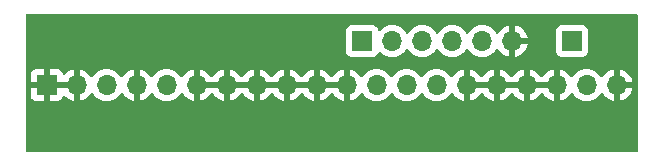
<source format=gbr>
%TF.GenerationSoftware,KiCad,Pcbnew,8.0.5*%
%TF.CreationDate,2024-10-16T08:17:44-04:00*%
%TF.ProjectId,NHD Display Connector 241015,4e484420-4469-4737-906c-617920436f6e,rev?*%
%TF.SameCoordinates,Original*%
%TF.FileFunction,Copper,L2,Bot*%
%TF.FilePolarity,Positive*%
%FSLAX46Y46*%
G04 Gerber Fmt 4.6, Leading zero omitted, Abs format (unit mm)*
G04 Created by KiCad (PCBNEW 8.0.5) date 2024-10-16 08:17:44*
%MOMM*%
%LPD*%
G01*
G04 APERTURE LIST*
%TA.AperFunction,ComponentPad*%
%ADD10R,1.700000X1.700000*%
%TD*%
%TA.AperFunction,ComponentPad*%
%ADD11O,1.700000X1.700000*%
%TD*%
G04 APERTURE END LIST*
D10*
%TO.P,J1,1,Pin_1*%
%TO.N,GND*%
X114280000Y-99994000D03*
D11*
%TO.P,J1,2,Pin_2*%
X116820000Y-99994000D03*
%TO.P,J1,3,Pin_3*%
%TO.N,+3.3V*%
X119360000Y-99994000D03*
%TO.P,J1,4,Pin_4*%
%TO.N,GND*%
X121900000Y-99994000D03*
%TO.P,J1,5,Pin_5*%
%TO.N,nRESET_DISPLAY*%
X124440000Y-99994000D03*
%TO.P,J1,6,Pin_6*%
%TO.N,GND*%
X126980000Y-99994000D03*
%TO.P,J1,7,Pin_7*%
X129520000Y-99994000D03*
%TO.P,J1,8,Pin_8*%
X132060000Y-99994000D03*
%TO.P,J1,9,Pin_9*%
X134600000Y-99994000D03*
%TO.P,J1,10,Pin_10*%
X137140000Y-99994000D03*
%TO.P,J1,11,Pin_11*%
X139680000Y-99994000D03*
%TO.P,J1,12,Pin_12*%
%TO.N,SDA*%
X142220000Y-99994000D03*
%TO.P,J1,13,Pin_13*%
X144760000Y-99994000D03*
%TO.P,J1,14,Pin_14*%
%TO.N,SCL*%
X147300000Y-99994000D03*
%TO.P,J1,15,Pin_15*%
%TO.N,GND*%
X149840000Y-99994000D03*
%TO.P,J1,16,Pin_16*%
X152380000Y-99994000D03*
%TO.P,J1,17,Pin_17*%
X154920000Y-99994000D03*
%TO.P,J1,18,Pin_18*%
X157460000Y-99994000D03*
%TO.P,J1,19,Pin_19*%
%TO.N,+3.3V*%
X160000000Y-99994000D03*
%TO.P,J1,20,Pin_20*%
%TO.N,GND*%
X162540000Y-99994000D03*
%TD*%
D10*
%TO.P,J2,1,Pin_1*%
%TO.N,SDA*%
X140995000Y-96291000D03*
D11*
%TO.P,J2,2,Pin_2*%
%TO.N,SCL*%
X143535000Y-96291000D03*
%TO.P,J2,3,Pin_3*%
%TO.N,nRESET_DISPLAY*%
X146075000Y-96291000D03*
%TO.P,J2,4,Pin_4*%
%TO.N,Net-(J2-Pin_4)*%
X148615000Y-96291000D03*
%TO.P,J2,5,Pin_5*%
%TO.N,+3.3V*%
X151155000Y-96291000D03*
%TO.P,J2,6,Pin_6*%
%TO.N,GND*%
X153695000Y-96291000D03*
%TD*%
D10*
%TO.P,J3,1,Pin_1*%
%TO.N,Net-(J2-Pin_4)*%
X158750000Y-96266000D03*
%TD*%
%TA.AperFunction,Conductor*%
%TO.N,GND*%
G36*
X116354075Y-99801007D02*
G01*
X116320000Y-99928174D01*
X116320000Y-100059826D01*
X116354075Y-100186993D01*
X116386988Y-100244000D01*
X114713012Y-100244000D01*
X114745925Y-100186993D01*
X114780000Y-100059826D01*
X114780000Y-99928174D01*
X114745925Y-99801007D01*
X114713012Y-99744000D01*
X116386988Y-99744000D01*
X116354075Y-99801007D01*
G37*
%TD.AperFunction*%
%TA.AperFunction,Conductor*%
G36*
X129054075Y-99801007D02*
G01*
X129020000Y-99928174D01*
X129020000Y-100059826D01*
X129054075Y-100186993D01*
X129086988Y-100244000D01*
X127413012Y-100244000D01*
X127445925Y-100186993D01*
X127480000Y-100059826D01*
X127480000Y-99928174D01*
X127445925Y-99801007D01*
X127413012Y-99744000D01*
X129086988Y-99744000D01*
X129054075Y-99801007D01*
G37*
%TD.AperFunction*%
%TA.AperFunction,Conductor*%
G36*
X131594075Y-99801007D02*
G01*
X131560000Y-99928174D01*
X131560000Y-100059826D01*
X131594075Y-100186993D01*
X131626988Y-100244000D01*
X129953012Y-100244000D01*
X129985925Y-100186993D01*
X130020000Y-100059826D01*
X130020000Y-99928174D01*
X129985925Y-99801007D01*
X129953012Y-99744000D01*
X131626988Y-99744000D01*
X131594075Y-99801007D01*
G37*
%TD.AperFunction*%
%TA.AperFunction,Conductor*%
G36*
X134134075Y-99801007D02*
G01*
X134100000Y-99928174D01*
X134100000Y-100059826D01*
X134134075Y-100186993D01*
X134166988Y-100244000D01*
X132493012Y-100244000D01*
X132525925Y-100186993D01*
X132560000Y-100059826D01*
X132560000Y-99928174D01*
X132525925Y-99801007D01*
X132493012Y-99744000D01*
X134166988Y-99744000D01*
X134134075Y-99801007D01*
G37*
%TD.AperFunction*%
%TA.AperFunction,Conductor*%
G36*
X136674075Y-99801007D02*
G01*
X136640000Y-99928174D01*
X136640000Y-100059826D01*
X136674075Y-100186993D01*
X136706988Y-100244000D01*
X135033012Y-100244000D01*
X135065925Y-100186993D01*
X135100000Y-100059826D01*
X135100000Y-99928174D01*
X135065925Y-99801007D01*
X135033012Y-99744000D01*
X136706988Y-99744000D01*
X136674075Y-99801007D01*
G37*
%TD.AperFunction*%
%TA.AperFunction,Conductor*%
G36*
X139214075Y-99801007D02*
G01*
X139180000Y-99928174D01*
X139180000Y-100059826D01*
X139214075Y-100186993D01*
X139246988Y-100244000D01*
X137573012Y-100244000D01*
X137605925Y-100186993D01*
X137640000Y-100059826D01*
X137640000Y-99928174D01*
X137605925Y-99801007D01*
X137573012Y-99744000D01*
X139246988Y-99744000D01*
X139214075Y-99801007D01*
G37*
%TD.AperFunction*%
%TA.AperFunction,Conductor*%
G36*
X151914075Y-99801007D02*
G01*
X151880000Y-99928174D01*
X151880000Y-100059826D01*
X151914075Y-100186993D01*
X151946988Y-100244000D01*
X150273012Y-100244000D01*
X150305925Y-100186993D01*
X150340000Y-100059826D01*
X150340000Y-99928174D01*
X150305925Y-99801007D01*
X150273012Y-99744000D01*
X151946988Y-99744000D01*
X151914075Y-99801007D01*
G37*
%TD.AperFunction*%
%TA.AperFunction,Conductor*%
G36*
X154454075Y-99801007D02*
G01*
X154420000Y-99928174D01*
X154420000Y-100059826D01*
X154454075Y-100186993D01*
X154486988Y-100244000D01*
X152813012Y-100244000D01*
X152845925Y-100186993D01*
X152880000Y-100059826D01*
X152880000Y-99928174D01*
X152845925Y-99801007D01*
X152813012Y-99744000D01*
X154486988Y-99744000D01*
X154454075Y-99801007D01*
G37*
%TD.AperFunction*%
%TA.AperFunction,Conductor*%
G36*
X156994075Y-99801007D02*
G01*
X156960000Y-99928174D01*
X156960000Y-100059826D01*
X156994075Y-100186993D01*
X157026988Y-100244000D01*
X155353012Y-100244000D01*
X155385925Y-100186993D01*
X155420000Y-100059826D01*
X155420000Y-99928174D01*
X155385925Y-99801007D01*
X155353012Y-99744000D01*
X157026988Y-99744000D01*
X156994075Y-99801007D01*
G37*
%TD.AperFunction*%
%TA.AperFunction,Conductor*%
G36*
X164288539Y-93992185D02*
G01*
X164334294Y-94044989D01*
X164345500Y-94096500D01*
X164345500Y-105547500D01*
X164325815Y-105614539D01*
X164273011Y-105660294D01*
X164221500Y-105671500D01*
X112638500Y-105671500D01*
X112571461Y-105651815D01*
X112525706Y-105599011D01*
X112514500Y-105547500D01*
X112514500Y-99096155D01*
X112930000Y-99096155D01*
X112930000Y-99744000D01*
X113846988Y-99744000D01*
X113814075Y-99801007D01*
X113780000Y-99928174D01*
X113780000Y-100059826D01*
X113814075Y-100186993D01*
X113846988Y-100244000D01*
X112930000Y-100244000D01*
X112930000Y-100891844D01*
X112936401Y-100951372D01*
X112936403Y-100951379D01*
X112986645Y-101086086D01*
X112986649Y-101086093D01*
X113072809Y-101201187D01*
X113072812Y-101201190D01*
X113187906Y-101287350D01*
X113187913Y-101287354D01*
X113322620Y-101337596D01*
X113322627Y-101337598D01*
X113382155Y-101343999D01*
X113382172Y-101344000D01*
X114030000Y-101344000D01*
X114030000Y-100427012D01*
X114087007Y-100459925D01*
X114214174Y-100494000D01*
X114345826Y-100494000D01*
X114472993Y-100459925D01*
X114530000Y-100427012D01*
X114530000Y-101344000D01*
X115177828Y-101344000D01*
X115177844Y-101343999D01*
X115237372Y-101337598D01*
X115237379Y-101337596D01*
X115372086Y-101287354D01*
X115372093Y-101287350D01*
X115487187Y-101201190D01*
X115487190Y-101201187D01*
X115573350Y-101086093D01*
X115573354Y-101086086D01*
X115622614Y-100954013D01*
X115664485Y-100898079D01*
X115729949Y-100873662D01*
X115798222Y-100888513D01*
X115826477Y-100909665D01*
X115948917Y-101032105D01*
X116142421Y-101167600D01*
X116356507Y-101267429D01*
X116356516Y-101267433D01*
X116570000Y-101324634D01*
X116570000Y-100427012D01*
X116627007Y-100459925D01*
X116754174Y-100494000D01*
X116885826Y-100494000D01*
X117012993Y-100459925D01*
X117070000Y-100427012D01*
X117070000Y-101324633D01*
X117283483Y-101267433D01*
X117283492Y-101267429D01*
X117497578Y-101167600D01*
X117691082Y-101032105D01*
X117858105Y-100865082D01*
X117988119Y-100679405D01*
X118042696Y-100635781D01*
X118112195Y-100628588D01*
X118174549Y-100660110D01*
X118191269Y-100679405D01*
X118321505Y-100865401D01*
X118488599Y-101032495D01*
X118565135Y-101086086D01*
X118682165Y-101168032D01*
X118682167Y-101168033D01*
X118682170Y-101168035D01*
X118896337Y-101267903D01*
X119124592Y-101329063D01*
X119295319Y-101344000D01*
X119359999Y-101349659D01*
X119360000Y-101349659D01*
X119360001Y-101349659D01*
X119424681Y-101344000D01*
X119595408Y-101329063D01*
X119823663Y-101267903D01*
X120037830Y-101168035D01*
X120231401Y-101032495D01*
X120398495Y-100865401D01*
X120528730Y-100679405D01*
X120583307Y-100635781D01*
X120652805Y-100628587D01*
X120715160Y-100660110D01*
X120731879Y-100679405D01*
X120861890Y-100865078D01*
X121028917Y-101032105D01*
X121222421Y-101167600D01*
X121436507Y-101267429D01*
X121436516Y-101267433D01*
X121650000Y-101324634D01*
X121650000Y-100427012D01*
X121707007Y-100459925D01*
X121834174Y-100494000D01*
X121965826Y-100494000D01*
X122092993Y-100459925D01*
X122150000Y-100427012D01*
X122150000Y-101324633D01*
X122363483Y-101267433D01*
X122363492Y-101267429D01*
X122577578Y-101167600D01*
X122771082Y-101032105D01*
X122938105Y-100865082D01*
X123068119Y-100679405D01*
X123122696Y-100635781D01*
X123192195Y-100628588D01*
X123254549Y-100660110D01*
X123271269Y-100679405D01*
X123401505Y-100865401D01*
X123568599Y-101032495D01*
X123645135Y-101086086D01*
X123762165Y-101168032D01*
X123762167Y-101168033D01*
X123762170Y-101168035D01*
X123976337Y-101267903D01*
X124204592Y-101329063D01*
X124375319Y-101344000D01*
X124439999Y-101349659D01*
X124440000Y-101349659D01*
X124440001Y-101349659D01*
X124504681Y-101344000D01*
X124675408Y-101329063D01*
X124903663Y-101267903D01*
X125117830Y-101168035D01*
X125311401Y-101032495D01*
X125478495Y-100865401D01*
X125608730Y-100679405D01*
X125663307Y-100635781D01*
X125732805Y-100628587D01*
X125795160Y-100660110D01*
X125811879Y-100679405D01*
X125941890Y-100865078D01*
X126108917Y-101032105D01*
X126302421Y-101167600D01*
X126516507Y-101267429D01*
X126516516Y-101267433D01*
X126730000Y-101324634D01*
X126730000Y-100427012D01*
X126787007Y-100459925D01*
X126914174Y-100494000D01*
X127045826Y-100494000D01*
X127172993Y-100459925D01*
X127230000Y-100427012D01*
X127230000Y-101324633D01*
X127443483Y-101267433D01*
X127443492Y-101267429D01*
X127657578Y-101167600D01*
X127851082Y-101032105D01*
X128018105Y-100865082D01*
X128148425Y-100678968D01*
X128203002Y-100635344D01*
X128272501Y-100628151D01*
X128334855Y-100659673D01*
X128351575Y-100678968D01*
X128481894Y-100865082D01*
X128648917Y-101032105D01*
X128842421Y-101167600D01*
X129056507Y-101267429D01*
X129056516Y-101267433D01*
X129270000Y-101324634D01*
X129270000Y-100427012D01*
X129327007Y-100459925D01*
X129454174Y-100494000D01*
X129585826Y-100494000D01*
X129712993Y-100459925D01*
X129770000Y-100427012D01*
X129770000Y-101324633D01*
X129983483Y-101267433D01*
X129983492Y-101267429D01*
X130197578Y-101167600D01*
X130391082Y-101032105D01*
X130558105Y-100865082D01*
X130688425Y-100678968D01*
X130743002Y-100635344D01*
X130812501Y-100628151D01*
X130874855Y-100659673D01*
X130891575Y-100678968D01*
X131021894Y-100865082D01*
X131188917Y-101032105D01*
X131382421Y-101167600D01*
X131596507Y-101267429D01*
X131596516Y-101267433D01*
X131810000Y-101324634D01*
X131810000Y-100427012D01*
X131867007Y-100459925D01*
X131994174Y-100494000D01*
X132125826Y-100494000D01*
X132252993Y-100459925D01*
X132310000Y-100427012D01*
X132310000Y-101324634D01*
X132523483Y-101267433D01*
X132523492Y-101267429D01*
X132737578Y-101167600D01*
X132931082Y-101032105D01*
X133098105Y-100865082D01*
X133228425Y-100678968D01*
X133283002Y-100635344D01*
X133352501Y-100628151D01*
X133414855Y-100659673D01*
X133431575Y-100678968D01*
X133561894Y-100865082D01*
X133728917Y-101032105D01*
X133922421Y-101167600D01*
X134136507Y-101267429D01*
X134136516Y-101267433D01*
X134350000Y-101324634D01*
X134350000Y-100427012D01*
X134407007Y-100459925D01*
X134534174Y-100494000D01*
X134665826Y-100494000D01*
X134792993Y-100459925D01*
X134850000Y-100427012D01*
X134850000Y-101324633D01*
X135063483Y-101267433D01*
X135063492Y-101267429D01*
X135277578Y-101167600D01*
X135471082Y-101032105D01*
X135638105Y-100865082D01*
X135768425Y-100678968D01*
X135823002Y-100635344D01*
X135892501Y-100628151D01*
X135954855Y-100659673D01*
X135971575Y-100678968D01*
X136101894Y-100865082D01*
X136268917Y-101032105D01*
X136462421Y-101167600D01*
X136676507Y-101267429D01*
X136676516Y-101267433D01*
X136890000Y-101324634D01*
X136890000Y-100427012D01*
X136947007Y-100459925D01*
X137074174Y-100494000D01*
X137205826Y-100494000D01*
X137332993Y-100459925D01*
X137390000Y-100427012D01*
X137390000Y-101324634D01*
X137603483Y-101267433D01*
X137603492Y-101267429D01*
X137817578Y-101167600D01*
X138011082Y-101032105D01*
X138178105Y-100865082D01*
X138308425Y-100678968D01*
X138363002Y-100635344D01*
X138432501Y-100628151D01*
X138494855Y-100659673D01*
X138511575Y-100678968D01*
X138641894Y-100865082D01*
X138808917Y-101032105D01*
X139002421Y-101167600D01*
X139216507Y-101267429D01*
X139216516Y-101267433D01*
X139430000Y-101324634D01*
X139430000Y-100427012D01*
X139487007Y-100459925D01*
X139614174Y-100494000D01*
X139745826Y-100494000D01*
X139872993Y-100459925D01*
X139930000Y-100427012D01*
X139930000Y-101324633D01*
X140143483Y-101267433D01*
X140143492Y-101267429D01*
X140357578Y-101167600D01*
X140551082Y-101032105D01*
X140718105Y-100865082D01*
X140848119Y-100679405D01*
X140902696Y-100635781D01*
X140972195Y-100628588D01*
X141034549Y-100660110D01*
X141051269Y-100679405D01*
X141181505Y-100865401D01*
X141348599Y-101032495D01*
X141425135Y-101086086D01*
X141542165Y-101168032D01*
X141542167Y-101168033D01*
X141542170Y-101168035D01*
X141756337Y-101267903D01*
X141984592Y-101329063D01*
X142155319Y-101344000D01*
X142219999Y-101349659D01*
X142220000Y-101349659D01*
X142220001Y-101349659D01*
X142284681Y-101344000D01*
X142455408Y-101329063D01*
X142683663Y-101267903D01*
X142897830Y-101168035D01*
X143091401Y-101032495D01*
X143258495Y-100865401D01*
X143388425Y-100679842D01*
X143443002Y-100636217D01*
X143512500Y-100629023D01*
X143574855Y-100660546D01*
X143591575Y-100679842D01*
X143721281Y-100865082D01*
X143721505Y-100865401D01*
X143888599Y-101032495D01*
X143965135Y-101086086D01*
X144082165Y-101168032D01*
X144082167Y-101168033D01*
X144082170Y-101168035D01*
X144296337Y-101267903D01*
X144524592Y-101329063D01*
X144695319Y-101344000D01*
X144759999Y-101349659D01*
X144760000Y-101349659D01*
X144760001Y-101349659D01*
X144824681Y-101344000D01*
X144995408Y-101329063D01*
X145223663Y-101267903D01*
X145437830Y-101168035D01*
X145631401Y-101032495D01*
X145798495Y-100865401D01*
X145928425Y-100679842D01*
X145983002Y-100636217D01*
X146052500Y-100629023D01*
X146114855Y-100660546D01*
X146131575Y-100679842D01*
X146261281Y-100865082D01*
X146261505Y-100865401D01*
X146428599Y-101032495D01*
X146505135Y-101086086D01*
X146622165Y-101168032D01*
X146622167Y-101168033D01*
X146622170Y-101168035D01*
X146836337Y-101267903D01*
X147064592Y-101329063D01*
X147235319Y-101344000D01*
X147299999Y-101349659D01*
X147300000Y-101349659D01*
X147300001Y-101349659D01*
X147364681Y-101344000D01*
X147535408Y-101329063D01*
X147763663Y-101267903D01*
X147977830Y-101168035D01*
X148171401Y-101032495D01*
X148338495Y-100865401D01*
X148468730Y-100679405D01*
X148523307Y-100635781D01*
X148592805Y-100628587D01*
X148655160Y-100660110D01*
X148671879Y-100679405D01*
X148801890Y-100865078D01*
X148968917Y-101032105D01*
X149162421Y-101167600D01*
X149376507Y-101267429D01*
X149376516Y-101267433D01*
X149590000Y-101324634D01*
X149590000Y-100427012D01*
X149647007Y-100459925D01*
X149774174Y-100494000D01*
X149905826Y-100494000D01*
X150032993Y-100459925D01*
X150090000Y-100427012D01*
X150090000Y-101324634D01*
X150303483Y-101267433D01*
X150303492Y-101267429D01*
X150517578Y-101167600D01*
X150711082Y-101032105D01*
X150878105Y-100865082D01*
X151008425Y-100678968D01*
X151063002Y-100635344D01*
X151132501Y-100628151D01*
X151194855Y-100659673D01*
X151211575Y-100678968D01*
X151341894Y-100865082D01*
X151508917Y-101032105D01*
X151702421Y-101167600D01*
X151916507Y-101267429D01*
X151916516Y-101267433D01*
X152130000Y-101324634D01*
X152130000Y-100427012D01*
X152187007Y-100459925D01*
X152314174Y-100494000D01*
X152445826Y-100494000D01*
X152572993Y-100459925D01*
X152630000Y-100427012D01*
X152630000Y-101324634D01*
X152843483Y-101267433D01*
X152843492Y-101267429D01*
X153057578Y-101167600D01*
X153251082Y-101032105D01*
X153418105Y-100865082D01*
X153548425Y-100678968D01*
X153603002Y-100635344D01*
X153672501Y-100628151D01*
X153734855Y-100659673D01*
X153751575Y-100678968D01*
X153881894Y-100865082D01*
X154048917Y-101032105D01*
X154242421Y-101167600D01*
X154456507Y-101267429D01*
X154456516Y-101267433D01*
X154670000Y-101324634D01*
X154670000Y-100427012D01*
X154727007Y-100459925D01*
X154854174Y-100494000D01*
X154985826Y-100494000D01*
X155112993Y-100459925D01*
X155170000Y-100427012D01*
X155170000Y-101324634D01*
X155383483Y-101267433D01*
X155383492Y-101267429D01*
X155597578Y-101167600D01*
X155791082Y-101032105D01*
X155958105Y-100865082D01*
X156088425Y-100678968D01*
X156143002Y-100635344D01*
X156212501Y-100628151D01*
X156274855Y-100659673D01*
X156291575Y-100678968D01*
X156421894Y-100865082D01*
X156588917Y-101032105D01*
X156782421Y-101167600D01*
X156996507Y-101267429D01*
X156996516Y-101267433D01*
X157210000Y-101324634D01*
X157210000Y-100427012D01*
X157267007Y-100459925D01*
X157394174Y-100494000D01*
X157525826Y-100494000D01*
X157652993Y-100459925D01*
X157710000Y-100427012D01*
X157710000Y-101324634D01*
X157923483Y-101267433D01*
X157923492Y-101267429D01*
X158137578Y-101167600D01*
X158331082Y-101032105D01*
X158498105Y-100865082D01*
X158628119Y-100679405D01*
X158682696Y-100635781D01*
X158752195Y-100628588D01*
X158814549Y-100660110D01*
X158831269Y-100679405D01*
X158961505Y-100865401D01*
X159128599Y-101032495D01*
X159205135Y-101086086D01*
X159322165Y-101168032D01*
X159322167Y-101168033D01*
X159322170Y-101168035D01*
X159536337Y-101267903D01*
X159764592Y-101329063D01*
X159935319Y-101344000D01*
X159999999Y-101349659D01*
X160000000Y-101349659D01*
X160000001Y-101349659D01*
X160064681Y-101344000D01*
X160235408Y-101329063D01*
X160463663Y-101267903D01*
X160677830Y-101168035D01*
X160871401Y-101032495D01*
X161038495Y-100865401D01*
X161168730Y-100679405D01*
X161223307Y-100635781D01*
X161292805Y-100628587D01*
X161355160Y-100660110D01*
X161371879Y-100679405D01*
X161501890Y-100865078D01*
X161668917Y-101032105D01*
X161862421Y-101167600D01*
X162076507Y-101267429D01*
X162076516Y-101267433D01*
X162290000Y-101324634D01*
X162290000Y-100427012D01*
X162347007Y-100459925D01*
X162474174Y-100494000D01*
X162605826Y-100494000D01*
X162732993Y-100459925D01*
X162790000Y-100427012D01*
X162790000Y-101324634D01*
X163003483Y-101267433D01*
X163003492Y-101267429D01*
X163217578Y-101167600D01*
X163411082Y-101032105D01*
X163578105Y-100865082D01*
X163713600Y-100671578D01*
X163813429Y-100457492D01*
X163813432Y-100457486D01*
X163870636Y-100244000D01*
X162973012Y-100244000D01*
X163005925Y-100186993D01*
X163040000Y-100059826D01*
X163040000Y-99928174D01*
X163005925Y-99801007D01*
X162973012Y-99744000D01*
X163870636Y-99744000D01*
X163870635Y-99743999D01*
X163813432Y-99530513D01*
X163813429Y-99530507D01*
X163713600Y-99316422D01*
X163713599Y-99316420D01*
X163578113Y-99122926D01*
X163578108Y-99122920D01*
X163411082Y-98955894D01*
X163217578Y-98820399D01*
X163003492Y-98720570D01*
X163003486Y-98720567D01*
X162790000Y-98663364D01*
X162790000Y-99560988D01*
X162732993Y-99528075D01*
X162605826Y-99494000D01*
X162474174Y-99494000D01*
X162347007Y-99528075D01*
X162290000Y-99560988D01*
X162290000Y-98663364D01*
X162289999Y-98663364D01*
X162076513Y-98720567D01*
X162076507Y-98720570D01*
X161862422Y-98820399D01*
X161862420Y-98820400D01*
X161668926Y-98955886D01*
X161668920Y-98955891D01*
X161501891Y-99122920D01*
X161501890Y-99122922D01*
X161371880Y-99308595D01*
X161317303Y-99352219D01*
X161247804Y-99359412D01*
X161185450Y-99327890D01*
X161168730Y-99308594D01*
X161038494Y-99122597D01*
X160871402Y-98955506D01*
X160871395Y-98955501D01*
X160677834Y-98819967D01*
X160677830Y-98819965D01*
X160606727Y-98786809D01*
X160463663Y-98720097D01*
X160463659Y-98720096D01*
X160463655Y-98720094D01*
X160235413Y-98658938D01*
X160235403Y-98658936D01*
X160000001Y-98638341D01*
X159999999Y-98638341D01*
X159764596Y-98658936D01*
X159764586Y-98658938D01*
X159536344Y-98720094D01*
X159536335Y-98720098D01*
X159322171Y-98819964D01*
X159322169Y-98819965D01*
X159128597Y-98955505D01*
X158961508Y-99122594D01*
X158831269Y-99308595D01*
X158776692Y-99352219D01*
X158707193Y-99359412D01*
X158644839Y-99327890D01*
X158628119Y-99308594D01*
X158498113Y-99122926D01*
X158498108Y-99122920D01*
X158331082Y-98955894D01*
X158137578Y-98820399D01*
X157923492Y-98720570D01*
X157923486Y-98720567D01*
X157710000Y-98663364D01*
X157710000Y-99560988D01*
X157652993Y-99528075D01*
X157525826Y-99494000D01*
X157394174Y-99494000D01*
X157267007Y-99528075D01*
X157210000Y-99560988D01*
X157210000Y-98663364D01*
X157209999Y-98663364D01*
X156996513Y-98720567D01*
X156996507Y-98720570D01*
X156782422Y-98820399D01*
X156782420Y-98820400D01*
X156588926Y-98955886D01*
X156588920Y-98955891D01*
X156421891Y-99122920D01*
X156421890Y-99122922D01*
X156291575Y-99309031D01*
X156236998Y-99352655D01*
X156167499Y-99359848D01*
X156105145Y-99328326D01*
X156088425Y-99309031D01*
X155958109Y-99122922D01*
X155958108Y-99122920D01*
X155791082Y-98955894D01*
X155597578Y-98820399D01*
X155383492Y-98720570D01*
X155383486Y-98720567D01*
X155170000Y-98663364D01*
X155170000Y-99560988D01*
X155112993Y-99528075D01*
X154985826Y-99494000D01*
X154854174Y-99494000D01*
X154727007Y-99528075D01*
X154670000Y-99560988D01*
X154670000Y-98663364D01*
X154669999Y-98663364D01*
X154456513Y-98720567D01*
X154456507Y-98720570D01*
X154242422Y-98820399D01*
X154242420Y-98820400D01*
X154048926Y-98955886D01*
X154048920Y-98955891D01*
X153881891Y-99122920D01*
X153881890Y-99122922D01*
X153751575Y-99309031D01*
X153696998Y-99352655D01*
X153627499Y-99359848D01*
X153565145Y-99328326D01*
X153548425Y-99309031D01*
X153418109Y-99122922D01*
X153418108Y-99122920D01*
X153251082Y-98955894D01*
X153057578Y-98820399D01*
X152843492Y-98720570D01*
X152843486Y-98720567D01*
X152630000Y-98663364D01*
X152630000Y-99560988D01*
X152572993Y-99528075D01*
X152445826Y-99494000D01*
X152314174Y-99494000D01*
X152187007Y-99528075D01*
X152130000Y-99560988D01*
X152130000Y-98663364D01*
X152129999Y-98663364D01*
X151916513Y-98720567D01*
X151916507Y-98720570D01*
X151702422Y-98820399D01*
X151702420Y-98820400D01*
X151508926Y-98955886D01*
X151508920Y-98955891D01*
X151341891Y-99122920D01*
X151341890Y-99122922D01*
X151211575Y-99309031D01*
X151156998Y-99352655D01*
X151087499Y-99359848D01*
X151025145Y-99328326D01*
X151008425Y-99309031D01*
X150878109Y-99122922D01*
X150878108Y-99122920D01*
X150711082Y-98955894D01*
X150517578Y-98820399D01*
X150303492Y-98720570D01*
X150303486Y-98720567D01*
X150090000Y-98663364D01*
X150090000Y-99560988D01*
X150032993Y-99528075D01*
X149905826Y-99494000D01*
X149774174Y-99494000D01*
X149647007Y-99528075D01*
X149590000Y-99560988D01*
X149590000Y-98663364D01*
X149589999Y-98663364D01*
X149376513Y-98720567D01*
X149376507Y-98720570D01*
X149162422Y-98820399D01*
X149162420Y-98820400D01*
X148968926Y-98955886D01*
X148968920Y-98955891D01*
X148801891Y-99122920D01*
X148801890Y-99122922D01*
X148671880Y-99308595D01*
X148617303Y-99352219D01*
X148547804Y-99359412D01*
X148485450Y-99327890D01*
X148468730Y-99308594D01*
X148338494Y-99122597D01*
X148171402Y-98955506D01*
X148171395Y-98955501D01*
X147977834Y-98819967D01*
X147977830Y-98819965D01*
X147906727Y-98786809D01*
X147763663Y-98720097D01*
X147763659Y-98720096D01*
X147763655Y-98720094D01*
X147535413Y-98658938D01*
X147535403Y-98658936D01*
X147300001Y-98638341D01*
X147299999Y-98638341D01*
X147064596Y-98658936D01*
X147064586Y-98658938D01*
X146836344Y-98720094D01*
X146836335Y-98720098D01*
X146622171Y-98819964D01*
X146622169Y-98819965D01*
X146428597Y-98955505D01*
X146261505Y-99122597D01*
X146131575Y-99308158D01*
X146076998Y-99351783D01*
X146007500Y-99358977D01*
X145945145Y-99327454D01*
X145928425Y-99308158D01*
X145798494Y-99122597D01*
X145631402Y-98955506D01*
X145631395Y-98955501D01*
X145437834Y-98819967D01*
X145437830Y-98819965D01*
X145366727Y-98786809D01*
X145223663Y-98720097D01*
X145223659Y-98720096D01*
X145223655Y-98720094D01*
X144995413Y-98658938D01*
X144995403Y-98658936D01*
X144760001Y-98638341D01*
X144759999Y-98638341D01*
X144524596Y-98658936D01*
X144524586Y-98658938D01*
X144296344Y-98720094D01*
X144296335Y-98720098D01*
X144082171Y-98819964D01*
X144082169Y-98819965D01*
X143888597Y-98955505D01*
X143721505Y-99122597D01*
X143591575Y-99308158D01*
X143536998Y-99351783D01*
X143467500Y-99358977D01*
X143405145Y-99327454D01*
X143388425Y-99308158D01*
X143258494Y-99122597D01*
X143091402Y-98955506D01*
X143091395Y-98955501D01*
X142897834Y-98819967D01*
X142897830Y-98819965D01*
X142826727Y-98786809D01*
X142683663Y-98720097D01*
X142683659Y-98720096D01*
X142683655Y-98720094D01*
X142455413Y-98658938D01*
X142455403Y-98658936D01*
X142220001Y-98638341D01*
X142219999Y-98638341D01*
X141984596Y-98658936D01*
X141984586Y-98658938D01*
X141756344Y-98720094D01*
X141756335Y-98720098D01*
X141542171Y-98819964D01*
X141542169Y-98819965D01*
X141348597Y-98955505D01*
X141181508Y-99122594D01*
X141051269Y-99308595D01*
X140996692Y-99352219D01*
X140927193Y-99359412D01*
X140864839Y-99327890D01*
X140848119Y-99308594D01*
X140718113Y-99122926D01*
X140718108Y-99122920D01*
X140551082Y-98955894D01*
X140357578Y-98820399D01*
X140143492Y-98720570D01*
X140143486Y-98720567D01*
X139930000Y-98663364D01*
X139930000Y-99560988D01*
X139872993Y-99528075D01*
X139745826Y-99494000D01*
X139614174Y-99494000D01*
X139487007Y-99528075D01*
X139430000Y-99560988D01*
X139430000Y-98663364D01*
X139429999Y-98663364D01*
X139216513Y-98720567D01*
X139216507Y-98720570D01*
X139002422Y-98820399D01*
X139002420Y-98820400D01*
X138808926Y-98955886D01*
X138808920Y-98955891D01*
X138641891Y-99122920D01*
X138641890Y-99122922D01*
X138511575Y-99309031D01*
X138456998Y-99352655D01*
X138387499Y-99359848D01*
X138325145Y-99328326D01*
X138308425Y-99309031D01*
X138178109Y-99122922D01*
X138178108Y-99122920D01*
X138011082Y-98955894D01*
X137817578Y-98820399D01*
X137603492Y-98720570D01*
X137603486Y-98720567D01*
X137390000Y-98663364D01*
X137390000Y-99560988D01*
X137332993Y-99528075D01*
X137205826Y-99494000D01*
X137074174Y-99494000D01*
X136947007Y-99528075D01*
X136890000Y-99560988D01*
X136890000Y-98663364D01*
X136889999Y-98663364D01*
X136676513Y-98720567D01*
X136676507Y-98720570D01*
X136462422Y-98820399D01*
X136462420Y-98820400D01*
X136268926Y-98955886D01*
X136268920Y-98955891D01*
X136101891Y-99122920D01*
X136101890Y-99122922D01*
X135971575Y-99309031D01*
X135916998Y-99352655D01*
X135847499Y-99359848D01*
X135785145Y-99328326D01*
X135768425Y-99309031D01*
X135638109Y-99122922D01*
X135638108Y-99122920D01*
X135471082Y-98955894D01*
X135277578Y-98820399D01*
X135063492Y-98720570D01*
X135063486Y-98720567D01*
X134850000Y-98663364D01*
X134850000Y-99560988D01*
X134792993Y-99528075D01*
X134665826Y-99494000D01*
X134534174Y-99494000D01*
X134407007Y-99528075D01*
X134350000Y-99560988D01*
X134350000Y-98663364D01*
X134349999Y-98663364D01*
X134136513Y-98720567D01*
X134136507Y-98720570D01*
X133922422Y-98820399D01*
X133922420Y-98820400D01*
X133728926Y-98955886D01*
X133728920Y-98955891D01*
X133561891Y-99122920D01*
X133561890Y-99122922D01*
X133431575Y-99309031D01*
X133376998Y-99352655D01*
X133307499Y-99359848D01*
X133245145Y-99328326D01*
X133228425Y-99309031D01*
X133098109Y-99122922D01*
X133098108Y-99122920D01*
X132931082Y-98955894D01*
X132737578Y-98820399D01*
X132523492Y-98720570D01*
X132523486Y-98720567D01*
X132310000Y-98663364D01*
X132310000Y-99560988D01*
X132252993Y-99528075D01*
X132125826Y-99494000D01*
X131994174Y-99494000D01*
X131867007Y-99528075D01*
X131810000Y-99560988D01*
X131810000Y-98663364D01*
X131809999Y-98663364D01*
X131596513Y-98720567D01*
X131596507Y-98720570D01*
X131382422Y-98820399D01*
X131382420Y-98820400D01*
X131188926Y-98955886D01*
X131188920Y-98955891D01*
X131021891Y-99122920D01*
X131021890Y-99122922D01*
X130891575Y-99309031D01*
X130836998Y-99352655D01*
X130767499Y-99359848D01*
X130705145Y-99328326D01*
X130688425Y-99309031D01*
X130558109Y-99122922D01*
X130558108Y-99122920D01*
X130391082Y-98955894D01*
X130197578Y-98820399D01*
X129983492Y-98720570D01*
X129983486Y-98720567D01*
X129770000Y-98663364D01*
X129770000Y-99560988D01*
X129712993Y-99528075D01*
X129585826Y-99494000D01*
X129454174Y-99494000D01*
X129327007Y-99528075D01*
X129270000Y-99560988D01*
X129270000Y-98663364D01*
X129269999Y-98663364D01*
X129056513Y-98720567D01*
X129056507Y-98720570D01*
X128842422Y-98820399D01*
X128842420Y-98820400D01*
X128648926Y-98955886D01*
X128648920Y-98955891D01*
X128481891Y-99122920D01*
X128481890Y-99122922D01*
X128351575Y-99309031D01*
X128296998Y-99352655D01*
X128227499Y-99359848D01*
X128165145Y-99328326D01*
X128148425Y-99309031D01*
X128018109Y-99122922D01*
X128018108Y-99122920D01*
X127851082Y-98955894D01*
X127657578Y-98820399D01*
X127443492Y-98720570D01*
X127443486Y-98720567D01*
X127230000Y-98663364D01*
X127230000Y-99560988D01*
X127172993Y-99528075D01*
X127045826Y-99494000D01*
X126914174Y-99494000D01*
X126787007Y-99528075D01*
X126730000Y-99560988D01*
X126730000Y-98663364D01*
X126729999Y-98663364D01*
X126516513Y-98720567D01*
X126516507Y-98720570D01*
X126302422Y-98820399D01*
X126302420Y-98820400D01*
X126108926Y-98955886D01*
X126108920Y-98955891D01*
X125941891Y-99122920D01*
X125941890Y-99122922D01*
X125811880Y-99308595D01*
X125757303Y-99352219D01*
X125687804Y-99359412D01*
X125625450Y-99327890D01*
X125608730Y-99308594D01*
X125478494Y-99122597D01*
X125311402Y-98955506D01*
X125311395Y-98955501D01*
X125117834Y-98819967D01*
X125117830Y-98819965D01*
X125046727Y-98786809D01*
X124903663Y-98720097D01*
X124903659Y-98720096D01*
X124903655Y-98720094D01*
X124675413Y-98658938D01*
X124675403Y-98658936D01*
X124440001Y-98638341D01*
X124439999Y-98638341D01*
X124204596Y-98658936D01*
X124204586Y-98658938D01*
X123976344Y-98720094D01*
X123976335Y-98720098D01*
X123762171Y-98819964D01*
X123762169Y-98819965D01*
X123568597Y-98955505D01*
X123401508Y-99122594D01*
X123271269Y-99308595D01*
X123216692Y-99352219D01*
X123147193Y-99359412D01*
X123084839Y-99327890D01*
X123068119Y-99308594D01*
X122938113Y-99122926D01*
X122938108Y-99122920D01*
X122771082Y-98955894D01*
X122577578Y-98820399D01*
X122363492Y-98720570D01*
X122363486Y-98720567D01*
X122150000Y-98663364D01*
X122150000Y-99560988D01*
X122092993Y-99528075D01*
X121965826Y-99494000D01*
X121834174Y-99494000D01*
X121707007Y-99528075D01*
X121650000Y-99560988D01*
X121650000Y-98663364D01*
X121649999Y-98663364D01*
X121436513Y-98720567D01*
X121436507Y-98720570D01*
X121222422Y-98820399D01*
X121222420Y-98820400D01*
X121028926Y-98955886D01*
X121028920Y-98955891D01*
X120861891Y-99122920D01*
X120861890Y-99122922D01*
X120731880Y-99308595D01*
X120677303Y-99352219D01*
X120607804Y-99359412D01*
X120545450Y-99327890D01*
X120528730Y-99308594D01*
X120398494Y-99122597D01*
X120231402Y-98955506D01*
X120231395Y-98955501D01*
X120037834Y-98819967D01*
X120037830Y-98819965D01*
X119966727Y-98786809D01*
X119823663Y-98720097D01*
X119823659Y-98720096D01*
X119823655Y-98720094D01*
X119595413Y-98658938D01*
X119595403Y-98658936D01*
X119360001Y-98638341D01*
X119359999Y-98638341D01*
X119124596Y-98658936D01*
X119124586Y-98658938D01*
X118896344Y-98720094D01*
X118896335Y-98720098D01*
X118682171Y-98819964D01*
X118682169Y-98819965D01*
X118488597Y-98955505D01*
X118321508Y-99122594D01*
X118191269Y-99308595D01*
X118136692Y-99352219D01*
X118067193Y-99359412D01*
X118004839Y-99327890D01*
X117988119Y-99308594D01*
X117858113Y-99122926D01*
X117858108Y-99122920D01*
X117691082Y-98955894D01*
X117497578Y-98820399D01*
X117283492Y-98720570D01*
X117283486Y-98720567D01*
X117070000Y-98663364D01*
X117070000Y-99560988D01*
X117012993Y-99528075D01*
X116885826Y-99494000D01*
X116754174Y-99494000D01*
X116627007Y-99528075D01*
X116570000Y-99560988D01*
X116570000Y-98663364D01*
X116569999Y-98663364D01*
X116356513Y-98720567D01*
X116356507Y-98720570D01*
X116142422Y-98820399D01*
X116142420Y-98820400D01*
X115948926Y-98955886D01*
X115826477Y-99078335D01*
X115765154Y-99111819D01*
X115695462Y-99106835D01*
X115639529Y-99064963D01*
X115622614Y-99033986D01*
X115573354Y-98901913D01*
X115573350Y-98901906D01*
X115487190Y-98786812D01*
X115487187Y-98786809D01*
X115372093Y-98700649D01*
X115372086Y-98700645D01*
X115237379Y-98650403D01*
X115237372Y-98650401D01*
X115177844Y-98644000D01*
X114530000Y-98644000D01*
X114530000Y-99560988D01*
X114472993Y-99528075D01*
X114345826Y-99494000D01*
X114214174Y-99494000D01*
X114087007Y-99528075D01*
X114030000Y-99560988D01*
X114030000Y-98644000D01*
X113382155Y-98644000D01*
X113322627Y-98650401D01*
X113322620Y-98650403D01*
X113187913Y-98700645D01*
X113187906Y-98700649D01*
X113072812Y-98786809D01*
X113072809Y-98786812D01*
X112986649Y-98901906D01*
X112986645Y-98901913D01*
X112936403Y-99036620D01*
X112936401Y-99036627D01*
X112930000Y-99096155D01*
X112514500Y-99096155D01*
X112514500Y-95393135D01*
X139644500Y-95393135D01*
X139644500Y-97188870D01*
X139644501Y-97188876D01*
X139650908Y-97248483D01*
X139701202Y-97383328D01*
X139701206Y-97383335D01*
X139787452Y-97498544D01*
X139787455Y-97498547D01*
X139902664Y-97584793D01*
X139902671Y-97584797D01*
X140037517Y-97635091D01*
X140037516Y-97635091D01*
X140044444Y-97635835D01*
X140097127Y-97641500D01*
X141892872Y-97641499D01*
X141952483Y-97635091D01*
X142087331Y-97584796D01*
X142202546Y-97498546D01*
X142288796Y-97383331D01*
X142337810Y-97251916D01*
X142379681Y-97195984D01*
X142445145Y-97171566D01*
X142513418Y-97186417D01*
X142541673Y-97207569D01*
X142663599Y-97329495D01*
X142760384Y-97397265D01*
X142857165Y-97465032D01*
X142857167Y-97465033D01*
X142857170Y-97465035D01*
X143071337Y-97564903D01*
X143299592Y-97626063D01*
X143476034Y-97641500D01*
X143534999Y-97646659D01*
X143535000Y-97646659D01*
X143535001Y-97646659D01*
X143593966Y-97641500D01*
X143770408Y-97626063D01*
X143998663Y-97564903D01*
X144212830Y-97465035D01*
X144406401Y-97329495D01*
X144573495Y-97162401D01*
X144703425Y-96976842D01*
X144758002Y-96933217D01*
X144827500Y-96926023D01*
X144889855Y-96957546D01*
X144906575Y-96976842D01*
X145036281Y-97162082D01*
X145036505Y-97162401D01*
X145203599Y-97329495D01*
X145300384Y-97397265D01*
X145397165Y-97465032D01*
X145397167Y-97465033D01*
X145397170Y-97465035D01*
X145611337Y-97564903D01*
X145839592Y-97626063D01*
X146016034Y-97641500D01*
X146074999Y-97646659D01*
X146075000Y-97646659D01*
X146075001Y-97646659D01*
X146133966Y-97641500D01*
X146310408Y-97626063D01*
X146538663Y-97564903D01*
X146752830Y-97465035D01*
X146946401Y-97329495D01*
X147113495Y-97162401D01*
X147243425Y-96976842D01*
X147298002Y-96933217D01*
X147367500Y-96926023D01*
X147429855Y-96957546D01*
X147446575Y-96976842D01*
X147576281Y-97162082D01*
X147576505Y-97162401D01*
X147743599Y-97329495D01*
X147840384Y-97397265D01*
X147937165Y-97465032D01*
X147937167Y-97465033D01*
X147937170Y-97465035D01*
X148151337Y-97564903D01*
X148379592Y-97626063D01*
X148556034Y-97641500D01*
X148614999Y-97646659D01*
X148615000Y-97646659D01*
X148615001Y-97646659D01*
X148673966Y-97641500D01*
X148850408Y-97626063D01*
X149078663Y-97564903D01*
X149292830Y-97465035D01*
X149486401Y-97329495D01*
X149653495Y-97162401D01*
X149783425Y-96976842D01*
X149838002Y-96933217D01*
X149907500Y-96926023D01*
X149969855Y-96957546D01*
X149986575Y-96976842D01*
X150116281Y-97162082D01*
X150116505Y-97162401D01*
X150283599Y-97329495D01*
X150380384Y-97397265D01*
X150477165Y-97465032D01*
X150477167Y-97465033D01*
X150477170Y-97465035D01*
X150691337Y-97564903D01*
X150919592Y-97626063D01*
X151096034Y-97641500D01*
X151154999Y-97646659D01*
X151155000Y-97646659D01*
X151155001Y-97646659D01*
X151213966Y-97641500D01*
X151390408Y-97626063D01*
X151618663Y-97564903D01*
X151832830Y-97465035D01*
X152026401Y-97329495D01*
X152193495Y-97162401D01*
X152323730Y-96976405D01*
X152378307Y-96932781D01*
X152447805Y-96925587D01*
X152510160Y-96957110D01*
X152526879Y-96976405D01*
X152656890Y-97162078D01*
X152823917Y-97329105D01*
X153017421Y-97464600D01*
X153231507Y-97564429D01*
X153231516Y-97564433D01*
X153445000Y-97621634D01*
X153445000Y-96724012D01*
X153502007Y-96756925D01*
X153629174Y-96791000D01*
X153760826Y-96791000D01*
X153887993Y-96756925D01*
X153945000Y-96724012D01*
X153945000Y-97621633D01*
X154158483Y-97564433D01*
X154158492Y-97564429D01*
X154372578Y-97464600D01*
X154566082Y-97329105D01*
X154733105Y-97162082D01*
X154868600Y-96968578D01*
X154968429Y-96754492D01*
X154968432Y-96754486D01*
X155025636Y-96541000D01*
X154128012Y-96541000D01*
X154160925Y-96483993D01*
X154195000Y-96356826D01*
X154195000Y-96225174D01*
X154160925Y-96098007D01*
X154128012Y-96041000D01*
X155025636Y-96041000D01*
X155025635Y-96040999D01*
X154968432Y-95827513D01*
X154968429Y-95827507D01*
X154868600Y-95613422D01*
X154868599Y-95613420D01*
X154733113Y-95419926D01*
X154733108Y-95419920D01*
X154681323Y-95368135D01*
X157399500Y-95368135D01*
X157399500Y-97163870D01*
X157399501Y-97163876D01*
X157405908Y-97223483D01*
X157456202Y-97358328D01*
X157456206Y-97358335D01*
X157542452Y-97473544D01*
X157542455Y-97473547D01*
X157657664Y-97559793D01*
X157657671Y-97559797D01*
X157792517Y-97610091D01*
X157792516Y-97610091D01*
X157799444Y-97610835D01*
X157852127Y-97616500D01*
X159647872Y-97616499D01*
X159707483Y-97610091D01*
X159842331Y-97559796D01*
X159957546Y-97473546D01*
X160043796Y-97358331D01*
X160094091Y-97223483D01*
X160100500Y-97163873D01*
X160100499Y-95368128D01*
X160094091Y-95308517D01*
X160073200Y-95252506D01*
X160043797Y-95173671D01*
X160043793Y-95173664D01*
X159957547Y-95058455D01*
X159957544Y-95058452D01*
X159842335Y-94972206D01*
X159842328Y-94972202D01*
X159707482Y-94921908D01*
X159707483Y-94921908D01*
X159647883Y-94915501D01*
X159647881Y-94915500D01*
X159647873Y-94915500D01*
X159647864Y-94915500D01*
X157852129Y-94915500D01*
X157852123Y-94915501D01*
X157792516Y-94921908D01*
X157657671Y-94972202D01*
X157657664Y-94972206D01*
X157542455Y-95058452D01*
X157542452Y-95058455D01*
X157456206Y-95173664D01*
X157456202Y-95173671D01*
X157405908Y-95308517D01*
X157400260Y-95361058D01*
X157399501Y-95368123D01*
X157399500Y-95368135D01*
X154681323Y-95368135D01*
X154566082Y-95252894D01*
X154372578Y-95117399D01*
X154158492Y-95017570D01*
X154158486Y-95017567D01*
X153945000Y-94960364D01*
X153945000Y-95857988D01*
X153887993Y-95825075D01*
X153760826Y-95791000D01*
X153629174Y-95791000D01*
X153502007Y-95825075D01*
X153445000Y-95857988D01*
X153445000Y-94960364D01*
X153444999Y-94960364D01*
X153231513Y-95017567D01*
X153231507Y-95017570D01*
X153017422Y-95117399D01*
X153017420Y-95117400D01*
X152823926Y-95252886D01*
X152823920Y-95252891D01*
X152656891Y-95419920D01*
X152656890Y-95419922D01*
X152526880Y-95605595D01*
X152472303Y-95649219D01*
X152402804Y-95656412D01*
X152340450Y-95624890D01*
X152323730Y-95605594D01*
X152193494Y-95419597D01*
X152026402Y-95252506D01*
X152026395Y-95252501D01*
X151832834Y-95116967D01*
X151832830Y-95116965D01*
X151832828Y-95116964D01*
X151618663Y-95017097D01*
X151618659Y-95017096D01*
X151618655Y-95017094D01*
X151390413Y-94955938D01*
X151390403Y-94955936D01*
X151155001Y-94935341D01*
X151154999Y-94935341D01*
X150919596Y-94955936D01*
X150919586Y-94955938D01*
X150691344Y-95017094D01*
X150691335Y-95017098D01*
X150477171Y-95116964D01*
X150477169Y-95116965D01*
X150283597Y-95252505D01*
X150116505Y-95419597D01*
X149986575Y-95605158D01*
X149931998Y-95648783D01*
X149862500Y-95655977D01*
X149800145Y-95624454D01*
X149783425Y-95605158D01*
X149653494Y-95419597D01*
X149486402Y-95252506D01*
X149486395Y-95252501D01*
X149292834Y-95116967D01*
X149292830Y-95116965D01*
X149292828Y-95116964D01*
X149078663Y-95017097D01*
X149078659Y-95017096D01*
X149078655Y-95017094D01*
X148850413Y-94955938D01*
X148850403Y-94955936D01*
X148615001Y-94935341D01*
X148614999Y-94935341D01*
X148379596Y-94955936D01*
X148379586Y-94955938D01*
X148151344Y-95017094D01*
X148151335Y-95017098D01*
X147937171Y-95116964D01*
X147937169Y-95116965D01*
X147743597Y-95252505D01*
X147576505Y-95419597D01*
X147446575Y-95605158D01*
X147391998Y-95648783D01*
X147322500Y-95655977D01*
X147260145Y-95624454D01*
X147243425Y-95605158D01*
X147113494Y-95419597D01*
X146946402Y-95252506D01*
X146946395Y-95252501D01*
X146752834Y-95116967D01*
X146752830Y-95116965D01*
X146752828Y-95116964D01*
X146538663Y-95017097D01*
X146538659Y-95017096D01*
X146538655Y-95017094D01*
X146310413Y-94955938D01*
X146310403Y-94955936D01*
X146075001Y-94935341D01*
X146074999Y-94935341D01*
X145839596Y-94955936D01*
X145839586Y-94955938D01*
X145611344Y-95017094D01*
X145611335Y-95017098D01*
X145397171Y-95116964D01*
X145397169Y-95116965D01*
X145203597Y-95252505D01*
X145036505Y-95419597D01*
X144906575Y-95605158D01*
X144851998Y-95648783D01*
X144782500Y-95655977D01*
X144720145Y-95624454D01*
X144703425Y-95605158D01*
X144573494Y-95419597D01*
X144406402Y-95252506D01*
X144406395Y-95252501D01*
X144212834Y-95116967D01*
X144212830Y-95116965D01*
X144212828Y-95116964D01*
X143998663Y-95017097D01*
X143998659Y-95017096D01*
X143998655Y-95017094D01*
X143770413Y-94955938D01*
X143770403Y-94955936D01*
X143535001Y-94935341D01*
X143534999Y-94935341D01*
X143299596Y-94955936D01*
X143299586Y-94955938D01*
X143071344Y-95017094D01*
X143071335Y-95017098D01*
X142857171Y-95116964D01*
X142857169Y-95116965D01*
X142663600Y-95252503D01*
X142541673Y-95374430D01*
X142480350Y-95407914D01*
X142410658Y-95402930D01*
X142354725Y-95361058D01*
X142337810Y-95330081D01*
X142288797Y-95198671D01*
X142288793Y-95198664D01*
X142202547Y-95083455D01*
X142202544Y-95083452D01*
X142087335Y-94997206D01*
X142087328Y-94997202D01*
X141952482Y-94946908D01*
X141952483Y-94946908D01*
X141892883Y-94940501D01*
X141892881Y-94940500D01*
X141892873Y-94940500D01*
X141892864Y-94940500D01*
X140097129Y-94940500D01*
X140097123Y-94940501D01*
X140037516Y-94946908D01*
X139902671Y-94997202D01*
X139902664Y-94997206D01*
X139787455Y-95083452D01*
X139787452Y-95083455D01*
X139701206Y-95198664D01*
X139701202Y-95198671D01*
X139650908Y-95333517D01*
X139644501Y-95393116D01*
X139644500Y-95393135D01*
X112514500Y-95393135D01*
X112514500Y-94096500D01*
X112534185Y-94029461D01*
X112586989Y-93983706D01*
X112638500Y-93972500D01*
X164221500Y-93972500D01*
X164288539Y-93992185D01*
G37*
%TD.AperFunction*%
%TD*%
M02*

</source>
